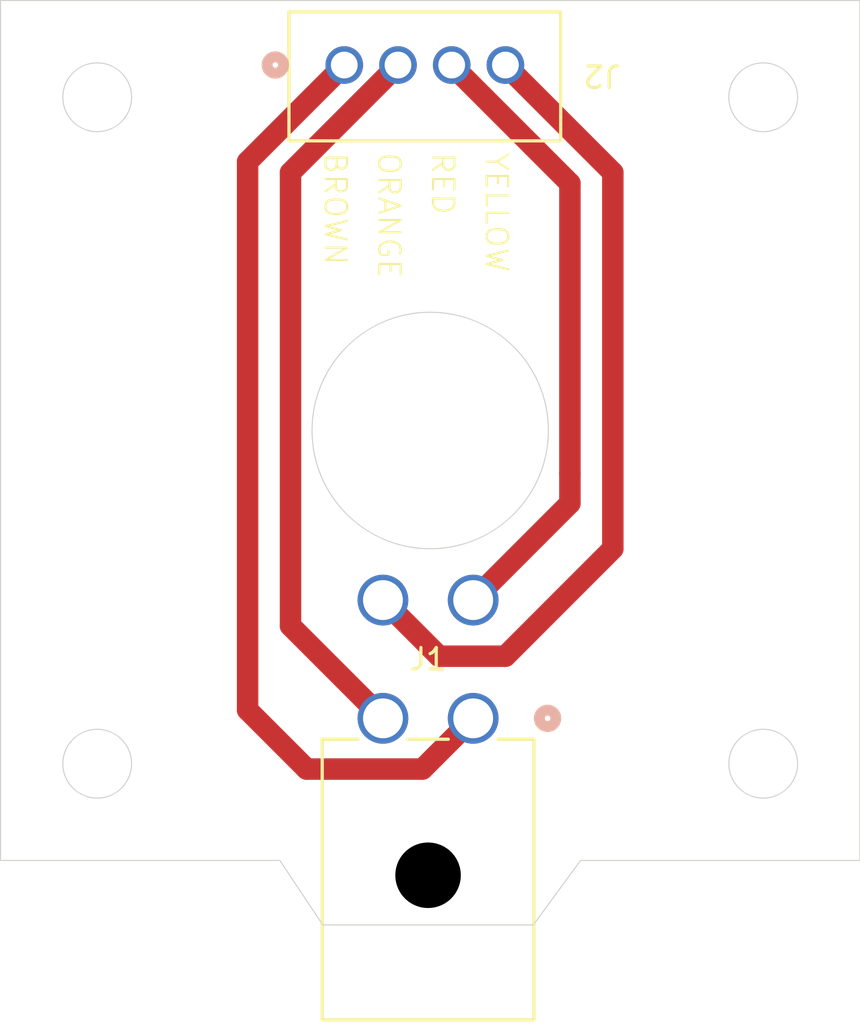
<source format=kicad_pcb>
(kicad_pcb (version 20240108) (generator "pcbnew") (generator_version "8.0")
  (layers (0 "F.Cu" signal) (31 "B.Cu" signal) (34 "B.Paste" user) (35 "F.Paste" user) (36 "B.SilkS" user "B.Silkscreen") (37 "F.SilkS" user "F.Silkscreen") (38 "B.Mask" user) (39 "F.Mask" user) (44 "Edge.Cuts" user))
  (net 0 "")
  (net 1 "Net-(J1-Pad2)")
  (net 2 "Net-(J1-Pad3)")
  (net 3 "Net-(J1-Pad1)")
  (net 4 "Net-(J1-Pad4)")
  (footprint "molex:CONN_5569-04A_MOL" (layer "F.Cu") (at 113 84.389749)
    (property "Reference" "J1" (at -2.1 -2.75 0) (layer "F.SilkS"))
    (property "Value" "26013115")
    (fp_circle (center 3.4626 0) (end 3.8436 0) (stroke (width 0.508)) (fill none) (layer "B.SilkS"))
    (fp_line (start -7.0276 0.973) (end -7.0276 14.028601) (stroke (width 0.1524)) (layer "F.SilkS"))
    (fp_line (start -7.0276 14.028601) (end 2.8276 14.028601) (stroke (width 0.1524)) (layer "F.SilkS"))
    (fp_line (start -5.359731 0.973) (end -7.0276 0.973) (stroke (width 0.1524)) (layer "F.SilkS"))
    (fp_line (start -1.159735 0.973) (end -3.040264 0.973) (stroke (width 0.1524)) (layer "F.SilkS"))
    (fp_line (start 2.8276 0.973) (end 1.159732 0.973) (stroke (width 0.1524)) (layer "F.SilkS"))
    (fp_line (start 2.8276 14.028601) (end 2.8276 0.973) (stroke (width 0.1524)) (layer "F.SilkS"))
    (fp_circle (center 3.4626 0) (end 3.8436 0) (stroke (width 0.508)) (fill none) (layer "F.SilkS"))
    (pad "" np_thru_hole circle (at -2.1 7.300001) (size 3.048 3.048) (drill 3.048) (layers))
    (pad "1" thru_hole circle (at 0 0) (size 2.3622 2.3622) (drill 1.8542) (layers "*.Cu" "*.Mask") (net 3 "Net-(J1-Pad1)"))
    (pad "2" thru_hole circle (at -4.199998 0) (size 2.3622 2.3622) (drill 1.8542) (layers "*.Cu" "*.Mask") (net 1 "Net-(J1-Pad2)"))
    (pad "3" thru_hole circle (at 0 -5.499999) (size 2.3622 2.3622) (drill 1.8542) (layers "*.Cu" "*.Mask") (net 2 "Net-(J1-Pad3)"))
    (pad "4" thru_hole circle (at -4.199998 -5.499999) (size 2.3622 2.3622) (drill 1.8542) (layers "*.Cu" "*.Mask") (net 4 "Net-(J1-Pad4)"))
  )
  (footprint "footprints:CONN_B4B-XH-A_JST" (layer "F.Cu") (at 107 54 180)
    (property "Reference" "J2" (at -12 -0.5 180) (layer "F.SilkS"))
    (property "Value" "B4B-XH-A")
    (fp_circle (center 3.2096 0) (end 3.5906 0) (stroke (width 0.508)) (fill none) (layer "B.SilkS"))
    (fp_line (start 2.5746 2.467399) (end 2.5746 -3.527001) (stroke (width 0.1524)) (layer "F.SilkS"))
    (fp_line (start 2.5746 -3.527001) (end -10.0746 -3.527001) (stroke (width 0.1524)) (layer "F.SilkS"))
    (fp_line (start -10.0746 2.467399) (end 2.5746 2.467399) (stroke (width 0.1524)) (layer "F.SilkS"))
    (fp_line (start -10.0746 -3.527001) (end -10.0746 2.467399) (stroke (width 0.1524)) (layer "F.SilkS"))
    (fp_circle (center 3.2096 0) (end 3.5906 0) (stroke (width 0.508)) (fill none) (layer "F.SilkS"))
    (pad "1" thru_hole circle (at 0 0 180) (size 1.7526 1.7526) (drill 1.2446) (layers "*.Cu" "*.Mask") (net 3 "Net-(J1-Pad1)"))
    (pad "2" thru_hole circle (at -2.5 0 180) (size 1.7526 1.7526) (drill 1.2446) (layers "*.Cu" "*.Mask") (net 1 "Net-(J1-Pad2)"))
    (pad "3" thru_hole circle (at -5 0 180) (size 1.7526 1.7526) (drill 1.2446) (layers "*.Cu" "*.Mask") (net 2 "Net-(J1-Pad3)"))
    (pad "4" thru_hole circle (at -7.5 0 180) (size 1.7526 1.7526) (drill 1.2446) (layers "*.Cu" "*.Mask") (net 4 "Net-(J1-Pad4)"))
  )
  (gr_circle (center 126.5 86.5) (end 128.1 86.5) (stroke (width 0.05)) (fill none) (layer "Edge.Cuts"))
  (gr_circle (center 126.5 55.5) (end 128.1 55.5) (stroke (width 0.05)) (fill none) (layer "Edge.Cuts"))
  (gr_circle (center 111 71) (end 116.5 71) (stroke (width 0.05)) (fill none) (layer "Edge.Cuts"))
  (gr_circle (center 95.5 86.5) (end 97.1 86.5) (stroke (width 0.05)) (fill none) (layer "Edge.Cuts"))
  (gr_poly (pts (xy 131 51) (xy 131 91) (xy 118 91) (xy 115.8 94) (xy 106 94) (xy 104 91) (xy 91 91) (xy 91 51)) (stroke (width 0.05)) (fill none) (layer "Edge.Cuts"))
  (gr_circle (center 95.5 55.5) (end 97.1 55.5) (stroke (width 0.05)) (fill none) (layer "Edge.Cuts"))
  (gr_text "ORANGE" (at 108.5 58 270) (layer "F.SilkS") (effects (font (size 1 1) (thickness 0.1)) (justify left bottom)))
  (gr_text "BROWN" (at 106 58 -90) (layer "F.SilkS") (effects (font (size 1 1) (thickness 0.1)) (justify left bottom)))
  (gr_text "YELLOW" (at 113.5 58 270) (layer "F.SilkS") (effects (font (size 1 1) (thickness 0.1)) (justify left bottom)))
  (gr_text "RED" (at 111 58 270) (layer "F.SilkS") (effects (font (size 1 1) (thickness 0.1)) (justify left bottom)))
  (segment (start 108.800002 84.389749) (end 104.497478 80.087225) (width 1) (layer "F.Cu") (net 1))
  (segment (start 104.497478 59.002522) (end 109.5 54) (width 1) (layer "F.Cu") (net 1))
  (segment (start 104.497478 80.087225) (end 104.497478 59.002522) (width 1) (layer "F.Cu") (net 1))
  (segment (start 117.502069 74.387681) (end 117.502069 73) (width 1) (layer "F.Cu") (net 2))
  (segment (start 113 78.88975) (end 117.502069 74.387681) (width 1) (layer "F.Cu") (net 2))
  (segment (start 112 54) (end 117.502069 59.502069) (width 1) (layer "F.Cu") (net 2))
  (segment (start 117.502069 59.502069) (end 117.502069 73) (width 1) (layer "F.Cu") (net 2))
  (segment (start 102.5 58.5) (end 102.5 84) (width 1) (layer "F.Cu") (net 3))
  (segment (start 105.25 86.75) (end 110.639749 86.75) (width 1) (layer "F.Cu") (net 3))
  (segment (start 102.5 84) (end 105.25 86.75) (width 1) (layer "F.Cu") (net 3))
  (segment (start 110.639749 86.75) (end 113 84.389749) (width 1) (layer "F.Cu") (net 3))
  (segment (start 107 54) (end 102.5 58.5) (width 1) (layer "F.Cu") (net 3))
  (segment (start 114.5 54) (end 119.5 59) (width 1) (layer "F.Cu") (net 4))
  (segment (start 111.410252 81.5) (end 108.800002 78.88975) (width 1) (layer "F.Cu") (net 4))
  (segment (start 114.5 81.5) (end 111.410252 81.5) (width 1) (layer "F.Cu") (net 4))
  (segment (start 119.5 59) (end 119.5 76.5) (width 1) (layer "F.Cu") (net 4))
  (segment (start 119.5 76.5) (end 114.5 81.5) (width 1) (layer "F.Cu") (net 4))
)
</source>
